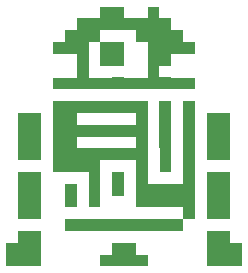
<source format=gbo>
G04 ---------------------------- Layer name :BOTTOM SILK LAYER*
G04 easyEDA 0.1*
G04 Scale: 100 percent, Rotated: No, Reflected: No *
G04 Dimensions in inches *
G04 leading zeros omitted , absolute positions ,2 integer and 4 * 
%FSLAX24Y24*%
%MOIN*%
G90*
G70D02*


%LPD*%
%LNVIA PAD TRACK COPPERAREA*%
G36*
G01X60252Y32617D02*
G01X60646Y32617D01*
G01X60646Y32223D01*
G01X60252Y32223D01*
G01X60252Y32617D01*
G37*
G36*
G01X60646Y32617D02*
G01X61040Y32617D01*
G01X61040Y32223D01*
G01X60646Y32223D01*
G01X60646Y32617D01*
G37*
G36*
G01X60252Y32223D02*
G01X60646Y32223D01*
G01X60646Y31830D01*
G01X60252Y31830D01*
G01X60252Y32223D01*
G37*
G36*
G01X60449Y32421D02*
G01X60843Y32421D01*
G01X60843Y32027D01*
G01X60449Y32027D01*
G01X60449Y32421D01*
G37*
G36*
G01X60646Y32223D02*
G01X61040Y32223D01*
G01X61040Y31830D01*
G01X60646Y31830D01*
G01X60646Y32223D01*
G37*
G36*
G01X60252Y31830D02*
G01X60646Y31830D01*
G01X60646Y31436D01*
G01X60252Y31436D01*
G01X60252Y31830D01*
G37*
G36*
G01X60646Y31830D02*
G01X61040Y31830D01*
G01X61040Y31436D01*
G01X60646Y31436D01*
G01X60646Y31830D01*
G37*
G36*
G01X60253Y31436D02*
G01X60647Y31436D01*
G01X60647Y31042D01*
G01X60253Y31042D01*
G01X60253Y31436D01*
G37*
G36*
G01X60646Y31436D02*
G01X61040Y31436D01*
G01X61040Y31042D01*
G01X60646Y31042D01*
G01X60646Y31436D01*
G37*
G36*
G01X61434Y33798D02*
G01X61828Y33798D01*
G01X61828Y33405D01*
G01X61434Y33405D01*
G01X61434Y33798D01*
G37*
G36*
G01X61828Y33798D02*
G01X62222Y33798D01*
G01X62222Y33405D01*
G01X61828Y33405D01*
G01X61828Y33798D01*
G37*
G36*
G01X62222Y33798D02*
G01X62616Y33798D01*
G01X62616Y33405D01*
G01X62222Y33405D01*
G01X62222Y33798D01*
G37*
G36*
G01X62615Y33798D02*
G01X63009Y33798D01*
G01X63009Y33405D01*
G01X62615Y33405D01*
G01X62615Y33798D01*
G37*
G36*
G01X63009Y33798D02*
G01X63403Y33798D01*
G01X63403Y33405D01*
G01X63009Y33405D01*
G01X63009Y33798D01*
G37*
G36*
G01X63402Y33800D02*
G01X63796Y33800D01*
G01X63796Y33405D01*
G01X63402Y33405D01*
G01X63402Y33800D01*
G37*
G36*
G01X63795Y33798D02*
G01X64189Y33798D01*
G01X64189Y33405D01*
G01X63795Y33405D01*
G01X63795Y33798D01*
G37*
G36*
G01X64190Y33798D02*
G01X64584Y33798D01*
G01X64584Y33405D01*
G01X64190Y33405D01*
G01X64190Y33798D01*
G37*
G36*
G01X64583Y33798D02*
G01X64977Y33798D01*
G01X64977Y33405D01*
G01X64583Y33405D01*
G01X64583Y33798D01*
G37*
G36*
G01X64977Y33800D02*
G01X65371Y33800D01*
G01X65371Y33405D01*
G01X64977Y33405D01*
G01X64977Y33800D01*
G37*
G36*
G01X65371Y33798D02*
G01X65765Y33798D01*
G01X65765Y33405D01*
G01X65371Y33405D01*
G01X65371Y33798D01*
G37*
G36*
G01X65764Y33798D02*
G01X66158Y33798D01*
G01X66158Y33405D01*
G01X65764Y33405D01*
G01X65764Y33798D01*
G37*
G36*
G01X62221Y34192D02*
G01X62615Y34192D01*
G01X62615Y33798D01*
G01X62221Y33798D01*
G01X62221Y34192D01*
G37*
G36*
G01X62221Y34586D02*
G01X62615Y34586D01*
G01X62615Y34192D01*
G01X62221Y34192D01*
G01X62221Y34586D01*
G37*
G36*
G01X63008Y34586D02*
G01X63402Y34586D01*
G01X63402Y34192D01*
G01X63008Y34192D01*
G01X63008Y34586D01*
G37*
G36*
G01X63402Y34586D02*
G01X63796Y34586D01*
G01X63796Y34192D01*
G01X63402Y34192D01*
G01X63402Y34586D01*
G37*
G36*
G01X63009Y34980D02*
G01X63403Y34980D01*
G01X63403Y34586D01*
G01X63009Y34586D01*
G01X63009Y34980D01*
G37*
G36*
G01X63402Y34980D02*
G01X63796Y34980D01*
G01X63796Y34586D01*
G01X63402Y34586D01*
G01X63402Y34980D01*
G37*
G36*
G01X64583Y34192D02*
G01X64977Y34192D01*
G01X64977Y33798D01*
G01X64583Y33798D01*
G01X64583Y34192D01*
G37*
G36*
G01X64583Y34586D02*
G01X64977Y34586D01*
G01X64977Y34192D01*
G01X64583Y34192D01*
G01X64583Y34586D01*
G37*
G36*
G01X64977Y34586D02*
G01X65371Y34586D01*
G01X65371Y34192D01*
G01X64977Y34192D01*
G01X64977Y34586D01*
G37*
G36*
G01X64583Y34980D02*
G01X64977Y34980D01*
G01X64977Y34586D01*
G01X64583Y34586D01*
G01X64583Y34980D01*
G37*
G36*
G01X64977Y34980D02*
G01X65371Y34980D01*
G01X65371Y34586D01*
G01X64977Y34586D01*
G01X64977Y34980D01*
G37*
G36*
G01X65370Y34980D02*
G01X65764Y34980D01*
G01X65764Y34586D01*
G01X65370Y34586D01*
G01X65370Y34980D01*
G37*
G36*
G01X65764Y34980D02*
G01X66158Y34980D01*
G01X66158Y34586D01*
G01X65764Y34586D01*
G01X65764Y34980D01*
G37*
G36*
G01X64189Y35375D02*
G01X64583Y35375D01*
G01X64583Y34980D01*
G01X64189Y34980D01*
G01X64189Y35375D01*
G37*
G36*
G01X64583Y35375D02*
G01X64977Y35375D01*
G01X64977Y34980D01*
G01X64583Y34980D01*
G01X64583Y35375D01*
G37*
G36*
G01X64977Y35373D02*
G01X65371Y35373D01*
G01X65371Y34980D01*
G01X64977Y34980D01*
G01X64977Y35373D01*
G37*
G36*
G01X65371Y35375D02*
G01X65765Y35375D01*
G01X65765Y34980D01*
G01X65371Y34980D01*
G01X65371Y35375D01*
G37*
G36*
G01X61433Y34980D02*
G01X61827Y34980D01*
G01X61827Y34586D01*
G01X61433Y34586D01*
G01X61433Y34980D01*
G37*
G36*
G01X61827Y34980D02*
G01X62221Y34980D01*
G01X62221Y34586D01*
G01X61827Y34586D01*
G01X61827Y34980D01*
G37*
G36*
G01X62221Y34980D02*
G01X62615Y34980D01*
G01X62615Y34586D01*
G01X62221Y34586D01*
G01X62221Y34980D01*
G37*
G36*
G01X61827Y35373D02*
G01X62221Y35373D01*
G01X62221Y34980D01*
G01X61827Y34980D01*
G01X61827Y35373D01*
G37*
G36*
G01X62221Y35375D02*
G01X62615Y35375D01*
G01X62615Y34980D01*
G01X62221Y34980D01*
G01X62221Y35375D01*
G37*
G36*
G01X62615Y35373D02*
G01X63009Y35373D01*
G01X63009Y34980D01*
G01X62615Y34980D01*
G01X62615Y35373D01*
G37*
G36*
G01X62221Y35767D02*
G01X62615Y35767D01*
G01X62615Y35373D01*
G01X62221Y35373D01*
G01X62221Y35767D01*
G37*
G36*
G01X62615Y35767D02*
G01X63009Y35767D01*
G01X63009Y35373D01*
G01X62615Y35373D01*
G01X62615Y35767D01*
G37*
G36*
G01X63008Y36161D02*
G01X63402Y36161D01*
G01X63402Y35767D01*
G01X63008Y35767D01*
G01X63008Y36161D01*
G37*
G36*
G01X63402Y36161D02*
G01X63796Y36161D01*
G01X63796Y35767D01*
G01X63402Y35767D01*
G01X63402Y36161D01*
G37*
G36*
G01X64583Y36161D02*
G01X64977Y36161D01*
G01X64977Y35767D01*
G01X64583Y35767D01*
G01X64583Y36161D01*
G37*
G36*
G01X63008Y35767D02*
G01X63402Y35767D01*
G01X63402Y35373D01*
G01X63008Y35373D01*
G01X63008Y35767D01*
G37*
G36*
G01X64189Y35767D02*
G01X64583Y35767D01*
G01X64583Y35373D01*
G01X64189Y35373D01*
G01X64189Y35767D01*
G37*
G36*
G01X64583Y35767D02*
G01X64977Y35767D01*
G01X64977Y35373D01*
G01X64583Y35373D01*
G01X64583Y35767D01*
G37*
G36*
G01X64977Y35767D02*
G01X65371Y35767D01*
G01X65371Y35373D01*
G01X64977Y35373D01*
G01X64977Y35767D01*
G37*
G36*
G01X63796Y35767D02*
G01X64190Y35767D01*
G01X64190Y35373D01*
G01X63796Y35373D01*
G01X63796Y35767D01*
G37*
G36*
G01X63402Y35767D02*
G01X63796Y35767D01*
G01X63796Y35373D01*
G01X63402Y35373D01*
G01X63402Y35767D01*
G37*
G36*
G01X60252Y30648D02*
G01X60646Y30648D01*
G01X60646Y30255D01*
G01X60252Y30255D01*
G01X60252Y30648D01*
G37*
G36*
G01X60646Y30648D02*
G01X61040Y30648D01*
G01X61040Y30255D01*
G01X60646Y30255D01*
G01X60646Y30648D01*
G37*
G36*
G01X60252Y30255D02*
G01X60646Y30255D01*
G01X60646Y29861D01*
G01X60252Y29861D01*
G01X60252Y30255D01*
G37*
G36*
G01X60449Y30452D02*
G01X60843Y30452D01*
G01X60843Y30057D01*
G01X60449Y30057D01*
G01X60449Y30452D01*
G37*
G36*
G01X60646Y30255D02*
G01X61040Y30255D01*
G01X61040Y29861D01*
G01X60646Y29861D01*
G01X60646Y30255D01*
G37*
G36*
G01X60252Y29861D02*
G01X60646Y29861D01*
G01X60646Y29467D01*
G01X60252Y29467D01*
G01X60252Y29861D01*
G37*
G36*
G01X60647Y29861D02*
G01X61041Y29861D01*
G01X61041Y29467D01*
G01X60647Y29467D01*
G01X60647Y29861D01*
G37*
G36*
G01X60253Y29467D02*
G01X60647Y29467D01*
G01X60647Y29073D01*
G01X60253Y29073D01*
G01X60253Y29467D01*
G37*
G36*
G01X66552Y32617D02*
G01X66946Y32617D01*
G01X66946Y32223D01*
G01X66552Y32223D01*
G01X66552Y32617D01*
G37*
G36*
G01X66946Y32617D02*
G01X67340Y32617D01*
G01X67340Y32223D01*
G01X66946Y32223D01*
G01X66946Y32617D01*
G37*
G36*
G01X66552Y32223D02*
G01X66946Y32223D01*
G01X66946Y31830D01*
G01X66552Y31830D01*
G01X66552Y32223D01*
G37*
G36*
G01X66749Y32421D02*
G01X67143Y32421D01*
G01X67143Y32027D01*
G01X66749Y32027D01*
G01X66749Y32421D01*
G37*
G36*
G01X66946Y32223D02*
G01X67340Y32223D01*
G01X67340Y31830D01*
G01X66946Y31830D01*
G01X66946Y32223D01*
G37*
G36*
G01X66552Y31830D02*
G01X66946Y31830D01*
G01X66946Y31436D01*
G01X66552Y31436D01*
G01X66552Y31830D01*
G37*
G36*
G01X66946Y31830D02*
G01X67340Y31830D01*
G01X67340Y31436D01*
G01X66946Y31436D01*
G01X66946Y31830D01*
G37*
G36*
G01X66552Y31436D02*
G01X66946Y31436D01*
G01X66946Y31042D01*
G01X66552Y31042D01*
G01X66552Y31436D01*
G37*
G36*
G01X66552Y30648D02*
G01X66946Y30648D01*
G01X66946Y30255D01*
G01X66552Y30255D01*
G01X66552Y30648D01*
G37*
G36*
G01X66946Y30648D02*
G01X67340Y30648D01*
G01X67340Y30255D01*
G01X66946Y30255D01*
G01X66946Y30648D01*
G37*
G36*
G01X66552Y30255D02*
G01X66946Y30255D01*
G01X66946Y29861D01*
G01X66552Y29861D01*
G01X66552Y30255D01*
G37*
G36*
G01X66749Y30452D02*
G01X67143Y30452D01*
G01X67143Y30057D01*
G01X66749Y30057D01*
G01X66749Y30452D01*
G37*
G36*
G01X66946Y30255D02*
G01X67340Y30255D01*
G01X67340Y29861D01*
G01X66946Y29861D01*
G01X66946Y30255D01*
G37*
G36*
G01X66552Y29861D02*
G01X66946Y29861D01*
G01X66946Y29467D01*
G01X66552Y29467D01*
G01X66552Y29861D01*
G37*
G36*
G01X66946Y29861D02*
G01X67340Y29861D01*
G01X67340Y29467D01*
G01X66946Y29467D01*
G01X66946Y29861D01*
G37*
G36*
G01X66552Y29467D02*
G01X66946Y29467D01*
G01X66946Y29073D01*
G01X66552Y29073D01*
G01X66552Y29467D01*
G37*
G36*
G01X60646Y29467D02*
G01X61040Y29467D01*
G01X61040Y29073D01*
G01X60646Y29073D01*
G01X60646Y29467D01*
G37*
G36*
G01X66945Y29469D02*
G01X67339Y29469D01*
G01X67339Y29075D01*
G01X66945Y29075D01*
G01X66945Y29469D01*
G37*
G36*
G01X66945Y31436D02*
G01X67339Y31436D01*
G01X67339Y31042D01*
G01X66945Y31042D01*
G01X66945Y31436D01*
G37*
G36*
G01X61434Y33011D02*
G01X61828Y33011D01*
G01X61828Y32617D01*
G01X61434Y32617D01*
G01X61434Y33011D01*
G37*
G36*
G01X61827Y33011D02*
G01X62221Y33011D01*
G01X62221Y32617D01*
G01X61827Y32617D01*
G01X61827Y33011D01*
G37*
G36*
G01X61434Y32617D02*
G01X61828Y32617D01*
G01X61828Y32223D01*
G01X61434Y32223D01*
G01X61434Y32617D01*
G37*
G36*
G01X61827Y32617D02*
G01X62221Y32617D01*
G01X62221Y32223D01*
G01X61827Y32223D01*
G01X61827Y32617D01*
G37*
G36*
G01X61434Y32225D02*
G01X61828Y32225D01*
G01X61828Y31830D01*
G01X61434Y31830D01*
G01X61434Y32225D01*
G37*
G36*
G01X61828Y32225D02*
G01X62222Y32225D01*
G01X62222Y31830D01*
G01X61828Y31830D01*
G01X61828Y32225D01*
G37*
G36*
G01X61435Y31830D02*
G01X61829Y31830D01*
G01X61829Y31436D01*
G01X61435Y31436D01*
G01X61435Y31830D01*
G37*
G36*
G01X61827Y31830D02*
G01X62221Y31830D01*
G01X62221Y31436D01*
G01X61827Y31436D01*
G01X61827Y31830D01*
G37*
G36*
G01X61433Y32225D02*
G01X61827Y32225D01*
G01X61827Y31830D01*
G01X61433Y31830D01*
G01X61433Y32225D01*
G37*
G36*
G01X61827Y32223D02*
G01X62221Y32223D01*
G01X62221Y31830D01*
G01X61827Y31830D01*
G01X61827Y32223D01*
G37*
G36*
G01X61433Y31830D02*
G01X61827Y31830D01*
G01X61827Y31436D01*
G01X61433Y31436D01*
G01X61433Y31830D01*
G37*
G36*
G01X61827Y31830D02*
G01X62221Y31830D01*
G01X62221Y31436D01*
G01X61827Y31436D01*
G01X61827Y31830D01*
G37*
G36*
G01X61433Y31436D02*
G01X61827Y31436D01*
G01X61827Y31042D01*
G01X61433Y31042D01*
G01X61433Y31436D01*
G37*
G36*
G01X61827Y31436D02*
G01X62221Y31436D01*
G01X62221Y31042D01*
G01X61827Y31042D01*
G01X61827Y31436D01*
G37*
G36*
G01X61434Y31042D02*
G01X61828Y31042D01*
G01X61828Y30648D01*
G01X61434Y30648D01*
G01X61434Y31042D01*
G37*
G36*
G01X61827Y31042D02*
G01X62221Y31042D01*
G01X62221Y30648D01*
G01X61827Y30648D01*
G01X61827Y31042D01*
G37*
G36*
G01X62221Y33011D02*
G01X62615Y33011D01*
G01X62615Y32617D01*
G01X62221Y32617D01*
G01X62221Y33011D01*
G37*
G36*
G01X62615Y33011D02*
G01X63009Y33011D01*
G01X63009Y32617D01*
G01X62615Y32617D01*
G01X62615Y33011D01*
G37*
G36*
G01X63008Y33011D02*
G01X63402Y33011D01*
G01X63402Y32617D01*
G01X63008Y32617D01*
G01X63008Y33011D01*
G37*
G36*
G01X63401Y33011D02*
G01X63795Y33011D01*
G01X63795Y32617D01*
G01X63401Y32617D01*
G01X63401Y33011D01*
G37*
G36*
G01X63795Y33011D02*
G01X64189Y33011D01*
G01X64189Y32617D01*
G01X63795Y32617D01*
G01X63795Y33011D01*
G37*
G36*
G01X64189Y33011D02*
G01X64583Y33011D01*
G01X64583Y32617D01*
G01X64189Y32617D01*
G01X64189Y33011D01*
G37*
G36*
G01X62221Y32223D02*
G01X62615Y32223D01*
G01X62615Y31828D01*
G01X62221Y31828D01*
G01X62221Y32223D01*
G37*
G36*
G01X62615Y32223D02*
G01X63009Y32223D01*
G01X63009Y31828D01*
G01X62615Y31828D01*
G01X62615Y32223D01*
G37*
G36*
G01X63008Y32223D02*
G01X63402Y32223D01*
G01X63402Y31828D01*
G01X63008Y31828D01*
G01X63008Y32223D01*
G37*
G36*
G01X63401Y32223D02*
G01X63795Y32223D01*
G01X63795Y31830D01*
G01X63401Y31830D01*
G01X63401Y32223D01*
G37*
G36*
G01X63794Y32223D02*
G01X64188Y32223D01*
G01X64188Y31828D01*
G01X63794Y31828D01*
G01X63794Y32223D01*
G37*
G36*
G01X64189Y32223D02*
G01X64583Y32223D01*
G01X64583Y31828D01*
G01X64189Y31828D01*
G01X64189Y32223D01*
G37*
G36*
G01X62221Y31436D02*
G01X62615Y31436D01*
G01X62615Y31042D01*
G01X62221Y31042D01*
G01X62221Y31436D01*
G37*
G36*
G01X62614Y31436D02*
G01X63008Y31436D01*
G01X63008Y31042D01*
G01X62614Y31042D01*
G01X62614Y31436D01*
G37*
G36*
G01X63008Y31436D02*
G01X63402Y31436D01*
G01X63402Y31042D01*
G01X63008Y31042D01*
G01X63008Y31436D01*
G37*
G36*
G01X63401Y31436D02*
G01X63795Y31436D01*
G01X63795Y31042D01*
G01X63401Y31042D01*
G01X63401Y31436D01*
G37*
G36*
G01X63794Y31436D02*
G01X64188Y31436D01*
G01X64188Y31042D01*
G01X63794Y31042D01*
G01X63794Y31436D01*
G37*
G36*
G01X64189Y31436D02*
G01X64583Y31436D01*
G01X64583Y31042D01*
G01X64189Y31042D01*
G01X64189Y31436D01*
G37*
G36*
G01X64978Y31042D02*
G01X65372Y31042D01*
G01X65372Y30648D01*
G01X64978Y30648D01*
G01X64978Y31042D01*
G37*
G36*
G01X64978Y31436D02*
G01X65372Y31436D01*
G01X65372Y31042D01*
G01X64978Y31042D01*
G01X64978Y31436D01*
G37*
G36*
G01X64977Y31830D02*
G01X65371Y31830D01*
G01X65371Y31436D01*
G01X64977Y31436D01*
G01X64977Y31830D01*
G37*
G36*
G01X64977Y32223D02*
G01X65371Y32223D01*
G01X65371Y31828D01*
G01X64977Y31828D01*
G01X64977Y32223D01*
G37*
G36*
G01X64977Y32615D02*
G01X65371Y32615D01*
G01X65371Y32221D01*
G01X64977Y32221D01*
G01X64977Y32615D01*
G37*
G36*
G01X64977Y33011D02*
G01X65371Y33011D01*
G01X65371Y32617D01*
G01X64977Y32617D01*
G01X64977Y33011D01*
G37*
G36*
G01X64190Y30846D02*
G01X64584Y30846D01*
G01X64584Y30453D01*
G01X64190Y30453D01*
G01X64190Y30846D01*
G37*
G36*
G01X64190Y31240D02*
G01X64584Y31240D01*
G01X64584Y30846D01*
G01X64190Y30846D01*
G01X64190Y31240D01*
G37*
G36*
G01X64190Y31634D02*
G01X64584Y31634D01*
G01X64584Y31240D01*
G01X64190Y31240D01*
G01X64190Y31634D01*
G37*
G36*
G01X64189Y32027D02*
G01X64583Y32027D01*
G01X64583Y31632D01*
G01X64189Y31632D01*
G01X64189Y32027D01*
G37*
G36*
G01X64190Y32421D02*
G01X64584Y32421D01*
G01X64584Y32027D01*
G01X64190Y32027D01*
G01X64190Y32421D01*
G37*
G36*
G01X64190Y32815D02*
G01X64584Y32815D01*
G01X64584Y32421D01*
G01X64190Y32421D01*
G01X64190Y32815D01*
G37*
G36*
G01X65765Y31044D02*
G01X66159Y31044D01*
G01X66159Y30650D01*
G01X65765Y30650D01*
G01X65765Y31044D01*
G37*
G36*
G01X65765Y31436D02*
G01X66159Y31436D01*
G01X66159Y31042D01*
G01X65765Y31042D01*
G01X65765Y31436D01*
G37*
G36*
G01X65765Y31830D02*
G01X66159Y31830D01*
G01X66159Y31436D01*
G01X65765Y31436D01*
G01X65765Y31830D01*
G37*
G36*
G01X65764Y32223D02*
G01X66158Y32223D01*
G01X66158Y31830D01*
G01X65764Y31830D01*
G01X65764Y32223D01*
G37*
G36*
G01X65765Y32617D02*
G01X66159Y32617D01*
G01X66159Y32223D01*
G01X65765Y32223D01*
G01X65765Y32617D01*
G37*
G36*
G01X65765Y33011D02*
G01X66159Y33011D01*
G01X66159Y32617D01*
G01X65765Y32617D01*
G01X65765Y33011D01*
G37*
G36*
G01X65765Y29469D02*
G01X66159Y29469D01*
G01X66159Y29075D01*
G01X65765Y29075D01*
G01X65765Y29469D01*
G37*
G36*
G01X65765Y29863D02*
G01X66159Y29863D01*
G01X66159Y29469D01*
G01X65765Y29469D01*
G01X65765Y29863D01*
G37*
G36*
G01X65764Y30255D02*
G01X66158Y30255D01*
G01X66158Y29861D01*
G01X65764Y29861D01*
G01X65764Y30255D01*
G37*
G36*
G01X65764Y30648D02*
G01X66158Y30648D01*
G01X66158Y30255D01*
G01X65764Y30255D01*
G01X65764Y30648D01*
G37*
G36*
G01X65764Y31042D02*
G01X66158Y31042D01*
G01X66158Y30648D01*
G01X65764Y30648D01*
G01X65764Y31042D01*
G37*
G36*
G01X65764Y31436D02*
G01X66158Y31436D01*
G01X66158Y31042D01*
G01X65764Y31042D01*
G01X65764Y31436D01*
G37*
G36*
G01X64191Y29861D02*
G01X64585Y29861D01*
G01X64585Y29467D01*
G01X64191Y29467D01*
G01X64191Y29861D01*
G37*
G36*
G01X64191Y30255D02*
G01X64585Y30255D01*
G01X64585Y29861D01*
G01X64191Y29861D01*
G01X64191Y30255D01*
G37*
G36*
G01X64190Y30648D02*
G01X64584Y30648D01*
G01X64584Y30255D01*
G01X64190Y30255D01*
G01X64190Y30648D01*
G37*
G36*
G01X64190Y31042D02*
G01X64584Y31042D01*
G01X64584Y30648D01*
G01X64190Y30648D01*
G01X64190Y31042D01*
G37*
G36*
G01X64190Y31436D02*
G01X64584Y31436D01*
G01X64584Y31042D01*
G01X64190Y31042D01*
G01X64190Y31436D01*
G37*
G36*
G01X64190Y31830D02*
G01X64584Y31830D01*
G01X64584Y31436D01*
G01X64190Y31436D01*
G01X64190Y31830D01*
G37*
G36*
G01X63795Y29075D02*
G01X64189Y29075D01*
G01X64189Y28680D01*
G01X63795Y28680D01*
G01X63795Y29075D01*
G37*
G36*
G01X63402Y29075D02*
G01X63796Y29075D01*
G01X63796Y28680D01*
G01X63402Y28680D01*
G01X63402Y29075D01*
G37*
G36*
G01X63008Y29073D02*
G01X63402Y29073D01*
G01X63402Y28680D01*
G01X63008Y28680D01*
G01X63008Y29073D01*
G37*
G36*
G01X62615Y29073D02*
G01X63009Y29073D01*
G01X63009Y28680D01*
G01X62615Y28680D01*
G01X62615Y29073D01*
G37*
G36*
G01X62222Y29073D02*
G01X62616Y29073D01*
G01X62616Y28680D01*
G01X62222Y28680D01*
G01X62222Y29073D01*
G37*
G36*
G01X61827Y29073D02*
G01X62221Y29073D01*
G01X62221Y28680D01*
G01X61827Y28680D01*
G01X61827Y29073D01*
G37*
G36*
G01X65370Y29075D02*
G01X65764Y29075D01*
G01X65764Y28680D01*
G01X65370Y28680D01*
G01X65370Y29075D01*
G37*
G36*
G01X64976Y29075D02*
G01X65370Y29075D01*
G01X65370Y28680D01*
G01X64976Y28680D01*
G01X64976Y29075D01*
G37*
G36*
G01X64583Y29075D02*
G01X64977Y29075D01*
G01X64977Y28680D01*
G01X64583Y28680D01*
G01X64583Y29075D01*
G37*
G36*
G01X64190Y29073D02*
G01X64584Y29073D01*
G01X64584Y28680D01*
G01X64190Y28680D01*
G01X64190Y29073D01*
G37*
G36*
G01X63796Y29075D02*
G01X64190Y29075D01*
G01X64190Y28680D01*
G01X63796Y28680D01*
G01X63796Y29075D01*
G37*
G36*
G01X63402Y29075D02*
G01X63796Y29075D01*
G01X63796Y28680D01*
G01X63402Y28680D01*
G01X63402Y29075D01*
G37*
G36*
G01X64584Y29861D02*
G01X64978Y29861D01*
G01X64978Y29467D01*
G01X64584Y29467D01*
G01X64584Y29861D01*
G37*
G36*
G01X64585Y30255D02*
G01X64979Y30255D01*
G01X64979Y29861D01*
G01X64585Y29861D01*
G01X64585Y30255D01*
G37*
G36*
G01X64978Y29861D02*
G01X65372Y29861D01*
G01X65372Y29467D01*
G01X64978Y29467D01*
G01X64978Y29861D01*
G37*
G36*
G01X64978Y30255D02*
G01X65372Y30255D01*
G01X65372Y29861D01*
G01X64978Y29861D01*
G01X64978Y30255D01*
G37*
G36*
G01X65371Y29861D02*
G01X65765Y29861D01*
G01X65765Y29467D01*
G01X65371Y29467D01*
G01X65371Y29861D01*
G37*
G36*
G01X65371Y30255D02*
G01X65765Y30255D01*
G01X65765Y29861D01*
G01X65371Y29861D01*
G01X65371Y30255D01*
G37*
G36*
G01X61827Y31042D02*
G01X62221Y31042D01*
G01X62221Y30648D01*
G01X61827Y30648D01*
G01X61827Y31042D01*
G37*
G36*
G01X61827Y31436D02*
G01X62221Y31436D01*
G01X62221Y31042D01*
G01X61827Y31042D01*
G01X61827Y31436D01*
G37*
G36*
G01X62221Y31042D02*
G01X62615Y31042D01*
G01X62615Y30648D01*
G01X62221Y30648D01*
G01X62221Y31042D01*
G37*
G36*
G01X62221Y31436D02*
G01X62615Y31436D01*
G01X62615Y31042D01*
G01X62221Y31042D01*
G01X62221Y31436D01*
G37*
G36*
G01X62614Y31042D02*
G01X63008Y31042D01*
G01X63008Y30648D01*
G01X62614Y30648D01*
G01X62614Y31042D01*
G37*
G36*
G01X62614Y31436D02*
G01X63008Y31436D01*
G01X63008Y31042D01*
G01X62614Y31042D01*
G01X62614Y31436D01*
G37*
G36*
G01X61827Y30255D02*
G01X62221Y30255D01*
G01X62221Y29861D01*
G01X61827Y29861D01*
G01X61827Y30255D01*
G37*
G36*
G01X61827Y29863D02*
G01X62221Y29863D01*
G01X62221Y29469D01*
G01X61827Y29469D01*
G01X61827Y29863D01*
G37*
G36*
G01X62615Y29863D02*
G01X63009Y29863D01*
G01X63009Y29469D01*
G01X62615Y29469D01*
G01X62615Y29863D01*
G37*
G36*
G01X62614Y30255D02*
G01X63008Y30255D01*
G01X63008Y29861D01*
G01X62614Y29861D01*
G01X62614Y30255D01*
G37*
G36*
G01X62615Y30648D02*
G01X63009Y30648D01*
G01X63009Y30255D01*
G01X62615Y30255D01*
G01X62615Y30648D01*
G37*
G36*
G01X63402Y30255D02*
G01X63796Y30255D01*
G01X63796Y29861D01*
G01X63402Y29861D01*
G01X63402Y30255D01*
G37*
G36*
G01X63402Y30648D02*
G01X63796Y30648D01*
G01X63796Y30255D01*
G01X63402Y30255D01*
G01X63402Y30648D01*
G37*
G36*
G01X63008Y27894D02*
G01X63402Y27894D01*
G01X63402Y27500D01*
G01X63008Y27500D01*
G01X63008Y27894D01*
G37*
G36*
G01X63402Y27894D02*
G01X63796Y27894D01*
G01X63796Y27500D01*
G01X63402Y27500D01*
G01X63402Y27894D01*
G37*
G36*
G01X63796Y27894D02*
G01X64190Y27894D01*
G01X64190Y27500D01*
G01X63796Y27500D01*
G01X63796Y27894D01*
G37*
G36*
G01X64189Y27894D02*
G01X64583Y27894D01*
G01X64583Y27500D01*
G01X64189Y27500D01*
G01X64189Y27894D01*
G37*
G36*
G01X63402Y28286D02*
G01X63796Y28286D01*
G01X63796Y27892D01*
G01X63402Y27892D01*
G01X63402Y28286D01*
G37*
G36*
G01X63796Y28288D02*
G01X64190Y28288D01*
G01X64190Y27894D01*
G01X63796Y27894D01*
G01X63796Y28288D01*
G37*
G36*
G01X60252Y28682D02*
G01X60646Y28682D01*
G01X60646Y28288D01*
G01X60252Y28288D01*
G01X60252Y28682D01*
G37*
G36*
G01X60646Y28680D02*
G01X61040Y28680D01*
G01X61040Y28286D01*
G01X60646Y28286D01*
G01X60646Y28680D01*
G37*
G36*
G01X60646Y28288D02*
G01X61040Y28288D01*
G01X61040Y27894D01*
G01X60646Y27894D01*
G01X60646Y28288D01*
G37*
G36*
G01X60646Y27894D02*
G01X61040Y27894D01*
G01X61040Y27500D01*
G01X60646Y27500D01*
G01X60646Y27894D01*
G37*
G36*
G01X60252Y27894D02*
G01X60646Y27894D01*
G01X60646Y27500D01*
G01X60252Y27500D01*
G01X60252Y27894D01*
G37*
G36*
G01X60252Y28286D02*
G01X60646Y28286D01*
G01X60646Y27892D01*
G01X60252Y27892D01*
G01X60252Y28286D01*
G37*
G36*
G01X59858Y28286D02*
G01X60252Y28286D01*
G01X60252Y27892D01*
G01X59858Y27892D01*
G01X59858Y28286D01*
G37*
G36*
G01X59859Y27894D02*
G01X60253Y27894D01*
G01X60253Y27500D01*
G01X59859Y27500D01*
G01X59859Y27894D01*
G37*
G36*
G01X66551Y28680D02*
G01X66945Y28680D01*
G01X66945Y28286D01*
G01X66551Y28286D01*
G01X66551Y28680D01*
G37*
G36*
G01X66945Y28682D02*
G01X67339Y28682D01*
G01X67339Y28288D01*
G01X66945Y28288D01*
G01X66945Y28682D01*
G37*
G36*
G01X66551Y28288D02*
G01X66945Y28288D01*
G01X66945Y27894D01*
G01X66551Y27894D01*
G01X66551Y28288D01*
G37*
G36*
G01X66552Y27894D02*
G01X66946Y27894D01*
G01X66946Y27500D01*
G01X66552Y27500D01*
G01X66552Y27894D01*
G37*
G36*
G01X66945Y28286D02*
G01X67339Y28286D01*
G01X67339Y27892D01*
G01X66945Y27892D01*
G01X66945Y28286D01*
G37*
G36*
G01X66945Y27894D02*
G01X67339Y27894D01*
G01X67339Y27500D01*
G01X66945Y27500D01*
G01X66945Y27894D01*
G37*
G36*
G01X67339Y27894D02*
G01X67733Y27894D01*
G01X67733Y27500D01*
G01X67339Y27500D01*
G01X67339Y27894D01*
G37*
G36*
G01X67339Y28286D02*
G01X67733Y28286D01*
G01X67733Y27892D01*
G01X67339Y27892D01*
G01X67339Y28286D01*
G37*

M00*
M02*
</source>
